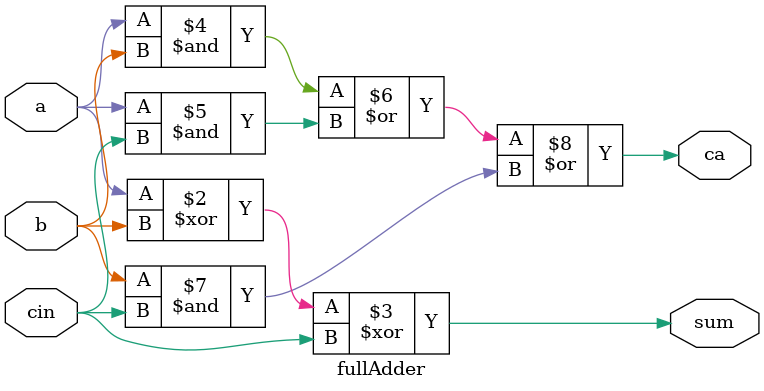
<source format=v>
module fullAdder (a, b, cin, sum, ca);
input a, b, cin;
output sum, ca;

reg sum, ca;

always @(a or b or cin)
begin
	sum = a ^ b ^ cin;
	ca = (a & b) | (a & cin) | (b & cin);
end
endmodule

</source>
